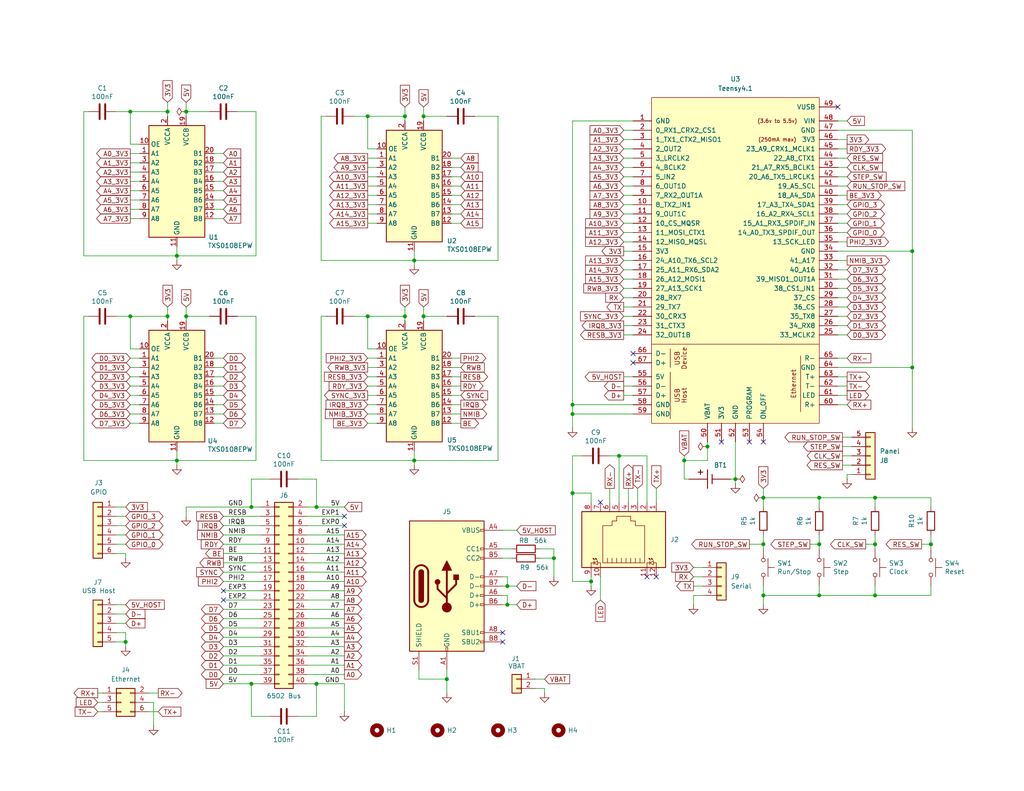
<source format=kicad_sch>
(kicad_sch (version 20231120) (generator "eeschema") (generator_version "8.0")
  (paper "USLetter")
  (title_block (title "6502 Dev Board") (date "2024-07-07") (rev "1.1") (company "A.C. Wright Design"))
  (junction (at 248.92 68.58))
  (junction (at 45.72 30.48))
  (junction (at 113.03 125.73))
  (junction (at 86.36 138.43))
  (junction (at 208.28 135.89))
  (junction (at 138.43 160.02))
  (junction (at 238.76 162.56))
  (junction (at 48.26 69.85))
  (junction (at 223.52 135.89))
  (junction (at 186.69 125.73))
  (junction (at 34.29 175.26))
  (junction (at 113.03 71.12))
  (junction (at 156.21 113.03))
  (junction (at 115.57 31.75))
  (junction (at 200.66 130.81))
  (junction (at 223.52 162.56))
  (junction (at 138.43 165.1))
  (junction (at 110.49 86.36))
  (junction (at 161.29 158.75))
  (junction (at 86.36 186.69))
  (junction (at 248.92 100.33))
  (junction (at 156.21 110.49))
  (junction (at 35.56 30.48))
  (junction (at 208.28 162.56))
  (junction (at 238.76 135.89))
  (junction (at 110.49 31.75))
  (junction (at 254 148.59))
  (junction (at 50.8 30.48))
  (junction (at 100.33 86.36))
  (junction (at 100.33 31.75))
  (junction (at 50.8 86.36))
  (junction (at 238.76 148.59))
  (junction (at 48.26 125.73))
  (junction (at 151.13 152.4))
  (junction (at 45.72 86.36))
  (junction (at 168.91 124.46))
  (junction (at 193.04 121.92))
  (junction (at 68.58 138.43))
  (junction (at 115.57 86.36))
  (junction (at 68.58 186.69))
  (junction (at 223.52 148.59))
  (junction (at 208.28 148.59))
  (junction (at 156.21 134.62))
  (junction (at 35.56 86.36))
  (junction (at 121.92 185.42))
  (no_connect (at 60.96 161.29))
  (no_connect (at 60.96 163.83))
  (no_connect (at 179.07 157.48))
  (no_connect (at 228.6 29.21))
  (no_connect (at 163.83 137.16))
  (no_connect (at 137.16 175.26))
  (no_connect (at 176.53 157.48))
  (no_connect (at 93.98 140.97))
  (no_connect (at 204.47 120.65))
  (no_connect (at 137.16 172.72))
  (no_connect (at 93.98 143.51))
  (no_connect (at 208.28 120.65))
  (no_connect (at 196.85 120.65))
  (no_connect (at 172.72 99.06))
  (no_connect (at 172.72 96.52))
  (wire (pts (xy 123.19 97.79) (xy 125.73 97.79)))
  (wire (pts (xy 58.42 57.15) (xy 60.96 57.15)))
  (wire (pts (xy 229.87 121.92) (xy 232.41 121.92)))
  (wire (pts (xy 93.98 163.83) (xy 83.82 163.83)))
  (wire (pts (xy 176.53 137.16) (xy 176.53 124.46)))
  (wire (pts (xy 186.69 124.46) (xy 186.69 125.73)))
  (wire (pts (xy 69.85 86.36) (xy 69.85 125.73)))
  (wire (pts (xy 71.12 181.61) (xy 60.96 181.61)))
  (wire (pts (xy 93.98 173.99) (xy 83.82 173.99)))
  (wire (pts (xy 148.59 189.23) (xy 148.59 187.96)))
  (wire (pts (xy 170.18 83.82) (xy 172.72 83.82)))
  (wire (pts (xy 223.52 135.89) (xy 238.76 135.89)))
  (wire (pts (xy 170.18 48.26) (xy 172.72 48.26)))
  (wire (pts (xy 228.6 81.28) (xy 231.14 81.28)))
  (wire (pts (xy 191.77 162.56) (xy 189.23 162.56)))
  (wire (pts (xy 35.56 52.07) (xy 38.1 52.07)))
  (wire (pts (xy 93.98 179.07) (xy 83.82 179.07)))
  (wire (pts (xy 228.6 55.88) (xy 231.14 55.88)))
  (wire (pts (xy 31.75 146.05) (xy 34.29 146.05)))
  (wire (pts (xy 123.19 55.88) (xy 125.73 55.88)))
  (wire (pts (xy 35.56 49.53) (xy 38.1 49.53)))
  (wire (pts (xy 156.21 113.03) (xy 172.72 113.03)))
  (wire (pts (xy 34.29 151.13) (xy 34.29 152.4)))
  (wire (pts (xy 228.6 76.2) (xy 231.14 76.2)))
  (wire (pts (xy 93.98 184.15) (xy 83.82 184.15)))
  (wire (pts (xy 137.16 149.86) (xy 139.7 149.86)))
  (wire (pts (xy 35.56 39.37) (xy 35.56 30.48)))
  (wire (pts (xy 35.56 107.95) (xy 38.1 107.95)))
  (wire (pts (xy 88.9 86.36) (xy 87.63 86.36)))
  (wire (pts (xy 121.92 182.88) (xy 121.92 185.42)))
  (wire (pts (xy 100.33 58.42) (xy 102.87 58.42)))
  (wire (pts (xy 228.6 68.58) (xy 248.92 68.58)))
  (wire (pts (xy 113.03 125.73) (xy 113.03 123.19)))
  (wire (pts (xy 228.6 48.26) (xy 231.14 48.26)))
  (wire (pts (xy 170.18 68.58) (xy 172.72 68.58)))
  (wire (pts (xy 93.98 186.69) (xy 93.98 194.31)))
  (wire (pts (xy 110.49 83.82) (xy 110.49 86.36)))
  (wire (pts (xy 58.42 100.33) (xy 60.96 100.33)))
  (wire (pts (xy 93.98 148.59) (xy 83.82 148.59)))
  (wire (pts (xy 58.42 107.95) (xy 60.96 107.95)))
  (wire (pts (xy 228.6 43.18) (xy 231.14 43.18)))
  (wire (pts (xy 248.92 100.33) (xy 248.92 116.84)))
  (wire (pts (xy 58.42 52.07) (xy 60.96 52.07)))
  (wire (pts (xy 68.58 130.81) (xy 68.58 138.43)))
  (wire (pts (xy 31.75 86.36) (xy 35.56 86.36)))
  (wire (pts (xy 100.33 86.36) (xy 110.49 86.36)))
  (wire (pts (xy 170.18 50.8) (xy 172.72 50.8)))
  (wire (pts (xy 138.43 162.56) (xy 138.43 165.1)))
  (wire (pts (xy 254 162.56) (xy 238.76 162.56)))
  (wire (pts (xy 100.33 107.95) (xy 102.87 107.95)))
  (wire (pts (xy 123.19 50.8) (xy 125.73 50.8)))
  (wire (pts (xy 40.64 189.23) (xy 43.18 189.23)))
  (wire (pts (xy 193.04 120.65) (xy 193.04 121.92)))
  (wire (pts (xy 93.98 138.43) (xy 86.36 138.43)))
  (wire (pts (xy 170.18 58.42) (xy 172.72 58.42)))
  (wire (pts (xy 60.96 184.15) (xy 71.12 184.15)))
  (wire (pts (xy 50.8 27.94) (xy 50.8 30.48)))
  (wire (pts (xy 71.12 138.43) (xy 68.58 138.43)))
  (wire (pts (xy 58.42 49.53) (xy 60.96 49.53)))
  (wire (pts (xy 48.26 127) (xy 48.26 125.73)))
  (wire (pts (xy 45.72 30.48) (xy 45.72 31.75)))
  (wire (pts (xy 228.6 97.79) (xy 231.14 97.79)))
  (wire (pts (xy 121.92 86.36) (xy 115.57 86.36)))
  (wire (pts (xy 123.19 45.72) (xy 125.73 45.72)))
  (wire (pts (xy 114.3 182.88) (xy 114.3 185.42)))
  (wire (pts (xy 83.82 181.61) (xy 93.98 181.61)))
  (wire (pts (xy 193.04 125.73) (xy 186.69 125.73)))
  (wire (pts (xy 151.13 149.86) (xy 151.13 152.4)))
  (wire (pts (xy 73.66 130.81) (xy 68.58 130.81)))
  (wire (pts (xy 114.3 185.42) (xy 121.92 185.42)))
  (wire (pts (xy 50.8 86.36) (xy 57.15 86.36)))
  (wire (pts (xy 60.96 146.05) (xy 71.12 146.05)))
  (wire (pts (xy 26.67 194.31) (xy 27.94 194.31)))
  (wire (pts (xy 26.67 191.77) (xy 27.94 191.77)))
  (wire (pts (xy 71.12 171.45) (xy 60.96 171.45)))
  (wire (pts (xy 228.6 40.64) (xy 231.14 40.64)))
  (wire (pts (xy 35.56 105.41) (xy 38.1 105.41)))
  (wire (pts (xy 228.6 63.5) (xy 231.14 63.5)))
  (wire (pts (xy 156.21 124.46) (xy 156.21 134.62)))
  (wire (pts (xy 87.63 71.12) (xy 113.03 71.12)))
  (wire (pts (xy 161.29 158.75) (xy 161.29 160.02)))
  (wire (pts (xy 69.85 30.48) (xy 69.85 69.85)))
  (wire (pts (xy 232.41 129.54) (xy 231.14 129.54)))
  (wire (pts (xy 71.12 186.69) (xy 68.58 186.69)))
  (wire (pts (xy 135.89 86.36) (xy 135.89 125.73)))
  (wire (pts (xy 50.8 138.43) (xy 68.58 138.43)))
  (wire (pts (xy 83.82 156.21) (xy 93.98 156.21)))
  (wire (pts (xy 156.21 113.03) (xy 156.21 116.84)))
  (wire (pts (xy 60.96 163.83) (xy 71.12 163.83)))
  (wire (pts (xy 129.54 86.36) (xy 135.89 86.36)))
  (wire (pts (xy 60.96 148.59) (xy 71.12 148.59)))
  (wire (pts (xy 228.6 83.82) (xy 231.14 83.82)))
  (wire (pts (xy 170.18 88.9) (xy 172.72 88.9)))
  (wire (pts (xy 31.75 30.48) (xy 35.56 30.48)))
  (wire (pts (xy 228.6 107.95) (xy 231.14 107.95)))
  (wire (pts (xy 48.26 125.73) (xy 48.26 123.19)))
  (wire (pts (xy 83.82 186.69) (xy 86.36 186.69)))
  (wire (pts (xy 100.33 55.88) (xy 102.87 55.88)))
  (wire (pts (xy 35.56 110.49) (xy 38.1 110.49)))
  (wire (pts (xy 100.33 40.64) (xy 100.33 31.75)))
  (wire (pts (xy 45.72 83.82) (xy 45.72 86.36)))
  (wire (pts (xy 58.42 59.69) (xy 60.96 59.69)))
  (wire (pts (xy 48.26 69.85) (xy 48.26 67.31)))
  (wire (pts (xy 100.33 48.26) (xy 102.87 48.26)))
  (wire (pts (xy 179.07 133.35) (xy 179.07 137.16)))
  (wire (pts (xy 228.6 50.8) (xy 231.14 50.8)))
  (wire (pts (xy 83.82 161.29) (xy 93.98 161.29)))
  (wire (pts (xy 238.76 148.59) (xy 238.76 149.86)))
  (wire (pts (xy 208.28 146.05) (xy 208.28 148.59)))
  (wire (pts (xy 156.21 134.62) (xy 156.21 158.75)))
  (wire (pts (xy 86.36 186.69) (xy 93.98 186.69)))
  (wire (pts (xy 228.6 78.74) (xy 231.14 78.74)))
  (wire (pts (xy 115.57 31.75) (xy 121.92 31.75)))
  (wire (pts (xy 87.63 31.75) (xy 87.63 71.12)))
  (wire (pts (xy 170.18 73.66) (xy 172.72 73.66)))
  (wire (pts (xy 228.6 58.42) (xy 231.14 58.42)))
  (wire (pts (xy 83.82 151.13) (xy 93.98 151.13)))
  (wire (pts (xy 100.33 31.75) (xy 110.49 31.75)))
  (wire (pts (xy 170.18 63.5) (xy 172.72 63.5)))
  (wire (pts (xy 34.29 172.72) (xy 34.29 175.26)))
  (wire (pts (xy 71.12 176.53) (xy 60.96 176.53)))
  (wire (pts (xy 123.19 58.42) (xy 125.73 58.42)))
  (wire (pts (xy 146.05 185.42) (xy 148.59 185.42)))
  (wire (pts (xy 170.18 40.64) (xy 172.72 40.64)))
  (wire (pts (xy 31.75 175.26) (xy 34.29 175.26)))
  (wire (pts (xy 35.56 86.36) (xy 45.72 86.36)))
  (wire (pts (xy 208.28 133.35) (xy 208.28 135.89)))
  (wire (pts (xy 113.03 127) (xy 113.03 125.73)))
  (wire (pts (xy 248.92 68.58) (xy 248.92 100.33)))
  (wire (pts (xy 86.36 186.69) (xy 86.36 195.58)))
  (wire (pts (xy 135.89 71.12) (xy 113.03 71.12)))
  (wire (pts (xy 123.19 113.03) (xy 125.73 113.03)))
  (wire (pts (xy 208.28 162.56) (xy 223.52 162.56)))
  (wire (pts (xy 170.18 60.96) (xy 172.72 60.96)))
  (wire (pts (xy 31.75 151.13) (xy 34.29 151.13)))
  (wire (pts (xy 60.96 158.75) (xy 71.12 158.75)))
  (wire (pts (xy 22.86 30.48) (xy 22.86 69.85)))
  (wire (pts (xy 170.18 55.88) (xy 172.72 55.88)))
  (wire (pts (xy 228.6 100.33) (xy 248.92 100.33)))
  (wire (pts (xy 31.75 165.1) (xy 34.29 165.1)))
  (wire (pts (xy 189.23 157.48) (xy 191.77 157.48)))
  (wire (pts (xy 163.83 157.48) (xy 163.83 163.83)))
  (wire (pts (xy 71.12 156.21) (xy 60.96 156.21)))
  (wire (pts (xy 58.42 110.49) (xy 60.96 110.49)))
  (wire (pts (xy 58.42 46.99) (xy 60.96 46.99)))
  (wire (pts (xy 208.28 160.02) (xy 208.28 162.56)))
  (wire (pts (xy 31.75 167.64) (xy 34.29 167.64)))
  (wire (pts (xy 170.18 45.72) (xy 172.72 45.72)))
  (wire (pts (xy 86.36 138.43) (xy 83.82 138.43)))
  (wire (pts (xy 158.75 124.46) (xy 156.21 124.46)))
  (wire (pts (xy 100.33 100.33) (xy 102.87 100.33)))
  (wire (pts (xy 170.18 71.12) (xy 172.72 71.12)))
  (wire (pts (xy 113.03 72.39) (xy 113.03 71.12)))
  (wire (pts (xy 93.98 158.75) (xy 83.82 158.75)))
  (wire (pts (xy 228.6 110.49) (xy 231.14 110.49)))
  (wire (pts (xy 156.21 33.02) (xy 156.21 110.49)))
  (wire (pts (xy 69.85 125.73) (xy 48.26 125.73)))
  (wire (pts (xy 170.18 78.74) (xy 172.72 78.74)))
  (wire (pts (xy 223.52 146.05) (xy 223.52 148.59)))
  (wire (pts (xy 170.18 105.41) (xy 172.72 105.41)))
  (wire (pts (xy 208.28 135.89) (xy 223.52 135.89)))
  (wire (pts (xy 35.56 100.33) (xy 38.1 100.33)))
  (wire (pts (xy 220.98 148.59) (xy 223.52 148.59)))
  (wire (pts (xy 22.86 86.36) (xy 22.86 125.73)))
  (wire (pts (xy 22.86 125.73) (xy 48.26 125.73)))
  (wire (pts (xy 83.82 171.45) (xy 93.98 171.45)))
  (wire (pts (xy 254 148.59) (xy 254 149.86)))
  (wire (pts (xy 41.91 198.12) (xy 41.91 191.77)))
  (wire (pts (xy 100.33 97.79) (xy 102.87 97.79)))
  (wire (pts (xy 35.56 95.25) (xy 35.56 86.36)))
  (wire (pts (xy 137.16 160.02) (xy 138.43 160.02)))
  (wire (pts (xy 137.16 144.78) (xy 140.97 144.78)))
  (wire (pts (xy 168.91 124.46) (xy 168.91 137.16)))
  (wire (pts (xy 58.42 41.91) (xy 60.96 41.91)))
  (wire (pts (xy 170.18 76.2) (xy 172.72 76.2)))
  (wire (pts (xy 93.98 168.91) (xy 83.82 168.91)))
  (wire (pts (xy 83.82 140.97) (xy 93.98 140.97)))
  (wire (pts (xy 100.33 113.03) (xy 102.87 113.03)))
  (wire (pts (xy 200.66 120.65) (xy 200.66 130.81)))
  (wire (pts (xy 24.13 30.48) (xy 22.86 30.48)))
  (wire (pts (xy 87.63 31.75) (xy 88.9 31.75)))
  (wire (pts (xy 50.8 30.48) (xy 57.15 30.48)))
  (wire (pts (xy 50.8 30.48) (xy 50.8 31.75)))
  (wire (pts (xy 45.72 27.94) (xy 45.72 30.48)))
  (wire (pts (xy 208.28 162.56) (xy 208.28 165.1)))
  (wire (pts (xy 69.85 69.85) (xy 48.26 69.85)))
  (wire (pts (xy 35.56 115.57) (xy 38.1 115.57)))
  (wire (pts (xy 58.42 97.79) (xy 60.96 97.79)))
  (wire (pts (xy 166.37 133.35) (xy 166.37 137.16)))
  (wire (pts (xy 200.66 132.08) (xy 200.66 130.81)))
  (wire (pts (xy 41.91 191.77) (xy 40.64 191.77)))
  (wire (pts (xy 87.63 125.73) (xy 113.03 125.73)))
  (wire (pts (xy 60.96 168.91) (xy 71.12 168.91)))
  (wire (pts (xy 83.82 166.37) (xy 93.98 166.37)))
  (wire (pts (xy 172.72 33.02) (xy 156.21 33.02)))
  (wire (pts (xy 137.16 165.1) (xy 138.43 165.1)))
  (wire (pts (xy 147.32 152.4) (xy 151.13 152.4)))
  (wire (pts (xy 31.75 143.51) (xy 34.29 143.51)))
  (wire (pts (xy 228.6 91.44) (xy 231.14 91.44)))
  (wire (pts (xy 110.49 86.36) (xy 110.49 87.63)))
  (wire (pts (xy 254 160.02) (xy 254 162.56)))
  (wire (pts (xy 38.1 39.37) (xy 35.56 39.37)))
  (wire (pts (xy 110.49 31.75) (xy 110.49 33.02)))
  (wire (pts (xy 81.28 130.81) (xy 86.36 130.81)))
  (wire (pts (xy 238.76 162.56) (xy 238.76 160.02)))
  (wire (pts (xy 236.22 148.59) (xy 238.76 148.59)))
  (wire (pts (xy 93.98 153.67) (xy 83.82 153.67)))
  (wire (pts (xy 137.16 152.4) (xy 139.7 152.4)))
  (wire (pts (xy 100.33 53.34) (xy 102.87 53.34)))
  (wire (pts (xy 229.87 119.38) (xy 232.41 119.38)))
  (wire (pts (xy 123.19 53.34) (xy 125.73 53.34)))
  (wire (pts (xy 223.52 160.02) (xy 223.52 162.56)))
  (wire (pts (xy 35.56 102.87) (xy 38.1 102.87)))
  (wire (pts (xy 228.6 71.12) (xy 231.14 71.12)))
  (wire (pts (xy 176.53 124.46) (xy 168.91 124.46)))
  (wire (pts (xy 115.57 29.21) (xy 115.57 31.75)))
  (wire (pts (xy 189.23 154.94) (xy 191.77 154.94)))
  (wire (pts (xy 156.21 158.75) (xy 161.29 158.75)))
  (wire (pts (xy 35.56 44.45) (xy 38.1 44.45)))
  (wire (pts (xy 161.29 157.48) (xy 161.29 158.75)))
  (wire (pts (xy 251.46 148.59) (xy 254 148.59)))
  (wire (pts (xy 223.52 162.56) (xy 238.76 162.56)))
  (wire (pts (xy 31.75 140.97) (xy 34.29 140.97)))
  (wire (pts (xy 208.28 135.89) (xy 208.28 138.43)))
  (wire (pts (xy 31.75 148.59) (xy 34.29 148.59)))
  (wire (pts (xy 137.16 162.56) (xy 138.43 162.56)))
  (wire (pts (xy 254 135.89) (xy 238.76 135.89)))
  (wire (pts (xy 123.19 102.87) (xy 125.73 102.87)))
  (wire (pts (xy 68.58 186.69) (xy 68.58 195.58)))
  (wire (pts (xy 71.12 151.13) (xy 60.96 151.13)))
  (wire (pts (xy 50.8 83.82) (xy 50.8 86.36)))
  (wire (pts (xy 228.6 73.66) (xy 231.14 73.66)))
  (wire (pts (xy 35.56 113.03) (xy 38.1 113.03)))
  (wire (pts (xy 228.6 35.56) (xy 248.92 35.56)))
  (wire (pts (xy 228.6 60.96) (xy 231.14 60.96)))
  (wire (pts (xy 170.18 107.95) (xy 172.72 107.95)))
  (wire (pts (xy 173.99 133.35) (xy 173.99 137.16)))
  (wire (pts (xy 228.6 86.36) (xy 231.14 86.36)))
  (wire (pts (xy 100.33 50.8) (xy 102.87 50.8)))
  (wire (pts (xy 35.56 54.61) (xy 38.1 54.61)))
  (wire (pts (xy 96.52 86.36) (xy 100.33 86.36)))
  (wire (pts (xy 186.69 130.81) (xy 187.96 130.81)))
  (wire (pts (xy 170.18 86.36) (xy 172.72 86.36)))
  (wire (pts (xy 170.18 43.18) (xy 172.72 43.18)))
  (wire (pts (xy 138.43 160.02) (xy 140.97 160.02)))
  (wire (pts (xy 22.86 69.85) (xy 48.26 69.85)))
  (wire (pts (xy 189.23 160.02) (xy 191.77 160.02)))
  (wire (pts (xy 102.87 40.64) (xy 100.33 40.64)))
  (wire (pts (xy 35.56 41.91) (xy 38.1 41.91)))
  (wire (pts (xy 170.18 53.34) (xy 172.72 53.34)))
  (wire (pts (xy 58.42 105.41) (xy 60.96 105.41)))
  (wire (pts (xy 123.19 43.18) (xy 125.73 43.18)))
  (wire (pts (xy 254 146.05) (xy 254 148.59)))
  (wire (pts (xy 31.75 170.18) (xy 34.29 170.18)))
  (wire (pts (xy 60.96 140.97) (xy 71.12 140.97)))
  (wire (pts (xy 58.42 44.45) (xy 60.96 44.45)))
  (wire (pts (xy 83.82 146.05) (xy 93.98 146.05)))
  (wire (pts (xy 100.33 60.96) (xy 102.87 60.96)))
  (wire (pts (xy 60.96 153.67) (xy 71.12 153.67)))
  (wire (pts (xy 60.96 186.69) (xy 68.58 186.69)))
  (wire (pts (xy 83.82 176.53) (xy 93.98 176.53)))
  (wire (pts (xy 138.43 165.1) (xy 140.97 165.1)))
  (wire (pts (xy 58.42 102.87) (xy 60.96 102.87)))
  (wire (pts (xy 93.98 143.51) (xy 83.82 143.51)))
  (wire (pts (xy 71.12 166.37) (xy 60.96 166.37)))
  (wire (pts (xy 229.87 124.46) (xy 232.41 124.46)))
  (wire (pts (xy 156.21 110.49) (xy 172.72 110.49)))
  (wire (pts (xy 135.89 31.75) (xy 135.89 71.12)))
  (wire (pts (xy 228.6 66.04) (xy 231.14 66.04)))
  (wire (pts (xy 170.18 102.87) (xy 172.72 102.87)))
  (wire (pts (xy 208.28 148.59) (xy 208.28 149.86)))
  (wire (pts (xy 161.29 134.62) (xy 156.21 134.62)))
  (wire (pts (xy 223.52 148.59) (xy 223.52 149.86)))
  (wire (pts (xy 123.19 107.95) (xy 125.73 107.95)))
  (wire (pts (xy 100.33 102.87) (xy 102.87 102.87)))
  (wire (pts (xy 254 138.43) (xy 254 135.89)))
  (wire (pts (xy 161.29 137.16) (xy 161.29 134.62)))
  (wire (pts (xy 35.56 46.99) (xy 38.1 46.99)))
  (wire (pts (xy 146.05 187.96) (xy 148.59 187.96)))
  (wire (pts (xy 115.57 31.75) (xy 115.57 33.02)))
  (wire (pts (xy 60.96 143.51) (xy 71.12 143.51)))
  (wire (pts (xy 123.19 105.41) (xy 125.73 105.41)))
  (wire (pts (xy 35.56 57.15) (xy 38.1 57.15)))
  (wire (pts (xy 68.58 195.58) (xy 73.66 195.58)))
  (wire (pts (xy 229.87 127) (xy 232.41 127)))
  (wire (pts (xy 100.33 43.18) (xy 102.87 43.18)))
  (wire (pts (xy 238.76 146.05) (xy 238.76 148.59)))
  (wire (pts (xy 31.75 172.72) (xy 34.29 172.72)))
  (wire (pts (xy 115.57 86.36) (xy 115.57 87.63)))
  (wire (pts (xy 170.18 81.28) (xy 172.72 81.28)))
  (wire (pts (xy 60.96 179.07) (xy 71.12 179.07)))
  (wire (pts (xy 71.12 161.29) (xy 60.96 161.29)))
  (wire (pts (xy 100.33 110.49) (xy 102.87 110.49)))
  (wire (pts (xy 223.52 135.89) (xy 223.52 138.43)))
  (wire (pts (xy 100.33 105.41) (xy 102.87 105.41)))
  (wire (pts (xy 135.89 125.73) (xy 113.03 125.73)))
  (wire (pts (xy 45.72 86.36) (xy 45.72 87.63)))
  (wire (pts (xy 110.49 29.21) (xy 110.49 31.75)))
  (wire (pts (xy 100.33 95.25) (xy 100.33 86.36)))
  (wire (pts (xy 193.04 121.92) (xy 193.04 125.73)))
  (wire (pts (xy 123.19 100.33) (xy 125.73 100.33)))
  (wire (pts (xy 170.18 91.44) (xy 172.72 91.44)))
  (wire (pts (xy 50.8 140.97) (xy 50.8 138.43)))
  (wire (pts (xy 231.14 129.54) (xy 231.14 130.81)))
  (wire (pts (xy 86.36 195.58) (xy 81.28 195.58)))
  (wire (pts (xy 26.67 189.23) (xy 27.94 189.23)))
  (wire (pts (xy 208.28 148.59) (xy 204.47 148.59)))
  (wire (pts (xy 121.92 185.42) (xy 121.92 189.23)))
  (wire (pts (xy 228.6 33.02) (xy 231.14 33.02)))
  (wire (pts (xy 87.63 86.36) (xy 87.63 125.73)))
  (wire (pts (xy 166.37 124.46) (xy 168.91 124.46)))
  (wire (pts (xy 123.19 115.57) (xy 125.73 115.57)))
  (wire (pts (xy 129.54 31.75) (xy 135.89 31.75)))
  (wire (pts (xy 147.32 149.86) (xy 151.13 149.86)))
  (wire (pts (xy 228.6 53.34) (xy 231.14 53.34)))
  (wire (pts (xy 102.87 95.25) (xy 100.33 95.25)))
  (wire (pts (xy 48.26 71.12) (xy 48.26 69.85)))
  (wire (pts (xy 199.39 130.81) (xy 200.66 130.81)))
  (wire (pts (xy 171.45 133.35) (xy 171.45 137.16)))
  (wire (pts (xy 58.42 113.03) (xy 60.96 113.03)))
  (wire (pts (xy 34.29 175.26) (xy 34.29 176.53)))
  (wire (pts (xy 228.6 88.9) (xy 231.14 88.9)))
  (wire (pts (xy 115.57 83.82) (xy 115.57 86.36)))
  (wire (pts (xy 186.69 125.73) (xy 186.69 130.81)))
  (wire (pts (xy 100.33 45.72) (xy 102.87 45.72)))
  (wire (pts (xy 35.56 30.48) (xy 45.72 30.48)))
  (wire (pts (xy 138.43 157.48) (xy 138.43 160.02)))
  (wire (pts (xy 40.64 194.31) (xy 43.18 194.31)))
  (wire (pts (xy 123.19 110.49) (xy 125.73 110.49)))
  (wire (pts (xy 113.03 71.12) (xy 113.03 68.58)))
  (wire (pts (xy 100.33 115.57) (xy 102.87 115.57)))
  (wire (pts (xy 60.96 173.99) (xy 71.12 173.99)))
  (wire (pts (xy 123.19 60.96) (xy 125.73 60.96)))
  (wire (pts (xy 238.76 135.89) (xy 238.76 138.43)))
  (wire (pts (xy 58.42 115.57) (xy 60.96 115.57)))
  (wire (pts (xy 228.6 102.87) (xy 231.14 102.87)))
  (wire (pts (xy 50.8 86.36) (xy 50.8 87.63)))
  (wire (pts (xy 151.13 152.4) (xy 151.13 157.48)))
  (wire (pts (xy 35.56 59.69) (xy 38.1 59.69)))
  (wire (pts (xy 96.52 31.75) (xy 100.33 31.75)))
  (wire (pts (xy 64.77 86.36) (xy 69.85 86.36)))
  (wire (pts (xy 35.56 97.79) (xy 38.1 97.79)))
  (wire (pts (xy 64.77 30.48) (xy 69.85 30.48)))
  (wire (pts (xy 170.18 38.1) (xy 172.72 38.1)))
  (wire (pts (xy 170.18 66.04) (xy 172.72 66.04)))
  (wire (pts (xy 189.23 162.56) (xy 189.23 165.1)))
  (wire (pts (xy 86.36 130.81) (xy 86.36 138.43)))
  (wire (pts (xy 228.6 105.41) (xy 231.14 105.41)))
  (wire (pts (xy 123.19 48.26) (xy 125.73 48.26)))
  (wire (pts (xy 228.6 38.1) (xy 231.14 38.1)))
  (wire (pts (xy 24.13 86.36) (xy 22.86 86.36)))
  (wire (pts (xy 31.75 138.43) (xy 34.29 138.43)))
  (wire (pts (xy 38.1 95.25) (xy 35.56 95.25)))
  (wire (pts (xy 137.16 157.48) (xy 138.43 157.48)))
  (wire (pts (xy 156.21 110.49) (xy 156.21 113.03)))
  (wire (pts (xy 58.42 54.61) (xy 60.96 54.61)))
  (wire (pts (xy 170.18 35.56) (xy 172.72 35.56)))
  (wire (pts (xy 248.92 35.56) (xy 248.92 68.58)))
  (wire (pts (xy 228.6 45.72) (xy 231.14 45.72)))
  (label "D2" (at 62.23 179.07 0))
  (label "D6" (at 62.23 168.91 0))
  (label "EXP2" (at 62.23 163.83 0))
  (label "A0" (at 92.71 184.15 180))
  (label "NMIB" (at 62.23 146.05 0))
  (label "5V" (at 62.23 186.69 0))
  (label "A7" (at 92.71 166.37 180))
  (label "D1" (at 62.23 181.61 0))
  (label "D4" (at 62.23 173.99 0))
  (label "IRQB" (at 62.23 143.51 0))
  (label "A10" (at 92.71 158.75 180))
  (label "A8" (at 92.71 163.83 180))
  (label "A15" (at 92.71 146.05 180))
  (label "A13" (at 92.71 151.13 180))
  (label "RDY" (at 62.23 148.59 0))
  (label "D5" (at 62.23 171.45 0))
  (label "A2" (at 92.71 179.07 180))
  (label "5V" (at 92.71 138.43 180))
  (label "A12" (at 92.71 153.67 180))
  (label "A14" (at 92.71 148.59 180))
  (label "A3" (at 92.71 176.53 180))
  (label "GND" (at 62.23 138.43 0))
  (label "A1" (at 92.71 181.61 180))
  (label "A4" (at 92.71 173.99 180))
  (label "PHI2" (at 62.23 158.75 0))
  (label "RWB" (at 62.23 153.67 0))
  (label "D7" (at 62.23 166.37 0))
  (label "D0" (at 62.23 184.15 0))
  (label "D3" (at 62.23 176.53 0))
  (label "EXP1" (at 92.71 140.97 180))
  (label "EXP0" (at 92.71 143.51 180))
  (label "EXP3" (at 62.23 161.29 0))
  (label "GND" (at 92.71 186.69 180))
  (label "SYNC" (at 62.23 156.21 0))
  (label "A5" (at 92.71 171.45 180))
  (label "BE" (at 62.23 151.13 0))
  (label "A9" (at 92.71 161.29 180))
  (label "A6" (at 92.71 168.91 180))
  (label "A11" (at 92.71 156.21 180))
  (label "RESB" (at 62.23 140.97 0))
  (global_label "A11" (shape output) (at 93.98 156.21 0) (property "Intersheetrefs" "${INTERSHEET_REFS}" (effects (hide yes))))
  (global_label "RESB_3V3" (shape output) (at 170.18 91.44 180) (property "Intersheetrefs" "${INTERSHEET_REFS}" (effects (hide yes))))
  (global_label "D+" (shape output) (at 170.18 107.95 180) (property "Intersheetrefs" "${INTERSHEET_REFS}" (effects (hide yes))))
  (global_label "TX-" (shape input) (at 26.67 194.31 180) (property "Intersheetrefs" "${INTERSHEET_REFS}" (effects (hide yes))))
  (global_label "CLK_SW" (shape input) (at 231.14 45.72 0) (property "Intersheetrefs" "${INTERSHEET_REFS}" (effects (hide yes))))
  (global_label "IRQB" (shape output) (at 125.73 110.49 0) (property "Intersheetrefs" "${INTERSHEET_REFS}" (effects (hide yes))))
  (global_label "CLK_SW" (shape output) (at 229.87 124.46 180) (property "Intersheetrefs" "${INTERSHEET_REFS}" (effects (hide yes))))
  (global_label "D2_3V3" (shape bidirectional) (at 231.14 86.36 0) (property "Intersheetrefs" "${INTERSHEET_REFS}" (effects (hide yes))))
  (global_label "A6_3V3" (shape output) (at 35.56 57.15 180) (property "Intersheetrefs" "${INTERSHEET_REFS}" (effects (hide yes))))
  (global_label "A14_3V3" (shape input) (at 170.18 73.66 180) (property "Intersheetrefs" "${INTERSHEET_REFS}" (effects (hide yes))))
  (global_label "A3" (shape input) (at 60.96 49.53 0) (property "Intersheetrefs" "${INTERSHEET_REFS}" (effects (hide yes))))
  (global_label "D2_3V3" (shape bidirectional) (at 35.56 102.87 180) (property "Intersheetrefs" "${INTERSHEET_REFS}" (effects (hide yes))))
  (global_label "NMIB" (shape output) (at 125.73 113.03 0) (property "Intersheetrefs" "${INTERSHEET_REFS}" (effects (hide yes))))
  (global_label "5V" (shape input) (at 60.96 186.69 180) (property "Intersheetrefs" "${INTERSHEET_REFS}" (effects (hide yes))))
  (global_label "GPIO_3" (shape bidirectional) (at 34.29 140.97 0) (property "Intersheetrefs" "${INTERSHEET_REFS}" (effects (hide yes))))
  (global_label "D1_3V3" (shape bidirectional) (at 35.56 100.33 180) (property "Intersheetrefs" "${INTERSHEET_REFS}" (effects (hide yes))))
  (global_label "BE" (shape output) (at 60.96 151.13 180) (property "Intersheetrefs" "${INTERSHEET_REFS}" (effects (hide yes))))
  (global_label "A12_3V3" (shape input) (at 170.18 66.04 180) (property "Intersheetrefs" "${INTERSHEET_REFS}" (effects (hide yes))))
  (global_label "D1_3V3" (shape bidirectional) (at 231.14 88.9 0) (property "Intersheetrefs" "${INTERSHEET_REFS}" (effects (hide yes))))
  (global_label "D6_3V3" (shape bidirectional) (at 35.56 113.03 180) (property "Intersheetrefs" "${INTERSHEET_REFS}" (effects (hide yes))))
  (global_label "A14_3V3" (shape output) (at 100.33 58.42 180) (property "Intersheetrefs" "${INTERSHEET_REFS}" (effects (hide yes))))
  (global_label "RX+" (shape output) (at 171.45 133.35 90) (property "Intersheetrefs" "${INTERSHEET_REFS}" (effects (hide yes))))
  (global_label "A4_3V3" (shape output) (at 35.56 52.07 180) (property "Intersheetrefs" "${INTERSHEET_REFS}" (effects (hide yes))))
  (global_label "TX+" (shape input) (at 179.07 133.35 90) (property "Intersheetrefs" "${INTERSHEET_REFS}" (effects (hide yes))))
  (global_label "A11" (shape input) (at 125.73 50.8 0) (property "Intersheetrefs" "${INTERSHEET_REFS}" (effects (hide yes))))
  (global_label "A15_3V3" (shape input) (at 170.18 76.2 180) (property "Intersheetrefs" "${INTERSHEET_REFS}" (effects (hide yes))))
  (global_label "A6_3V3" (shape input) (at 170.18 50.8 180) (property "Intersheetrefs" "${INTERSHEET_REFS}" (effects (hide yes))))
  (global_label "D-" (shape input) (at 34.29 167.64 0) (property "Intersheetrefs" "${INTERSHEET_REFS}" (effects (hide yes))))
  (global_label "D6_3V3" (shape bidirectional) (at 231.14 76.2 0) (property "Intersheetrefs" "${INTERSHEET_REFS}" (effects (hide yes))))
  (global_label "D5_3V3" (shape bidirectional) (at 35.56 110.49 180) (property "Intersheetrefs" "${INTERSHEET_REFS}" (effects (hide yes))))
  (global_label "A8" (shape output) (at 93.98 163.83 0) (property "Intersheetrefs" "${INTERSHEET_REFS}" (effects (hide yes))))
  (global_label "A2_3V3" (shape input) (at 170.18 40.64 180) (property "Intersheetrefs" "${INTERSHEET_REFS}" (effects (hide yes))))
  (global_label "SYNC" (shape input) (at 125.73 107.95 0) (property "Intersheetrefs" "${INTERSHEET_REFS}" (effects (hide yes))))
  (global_label "A9" (shape input) (at 125.73 45.72 0) (property "Intersheetrefs" "${INTERSHEET_REFS}" (effects (hide yes))))
  (global_label "GPIO_2" (shape bidirectional) (at 231.14 58.42 0) (property "Intersheetrefs" "${INTERSHEET_REFS}" (effects (hide yes))))
  (global_label "D3_3V3" (shape bidirectional) (at 35.56 105.41 180) (property "Intersheetrefs" "${INTERSHEET_REFS}" (effects (hide yes))))
  (global_label "SYNC" (shape input) (at 60.96 156.21 180) (property "Intersheetrefs" "${INTERSHEET_REFS}" (effects (hide yes))))
  (global_label "D4_3V3" (shape bidirectional) (at 35.56 107.95 180) (property "Intersheetrefs" "${INTERSHEET_REFS}" (effects (hide yes))))
  (global_label "A4" (shape input) (at 60.96 52.07 0) (property "Intersheetrefs" "${INTERSHEET_REFS}" (effects (hide yes))))
  (global_label "TX-" (shape output) (at 231.14 105.41 0) (property "Intersheetrefs" "${INTERSHEET_REFS}" (effects (hide yes))))
  (global_label "D0_3V3" (shape bidirectional) (at 231.14 91.44 0) (property "Intersheetrefs" "${INTERSHEET_REFS}" (effects (hide yes))))
  (global_label "D-" (shape input) (at 140.97 160.02 0) (property "Intersheetrefs" "${INTERSHEET_REFS}" (effects (hide yes))))
  (global_label "D1" (shape bidirectional) (at 60.96 181.61 180) (property "Intersheetrefs" "${INTERSHEET_REFS}" (effects (hide yes))))
  (global_label "NMIB" (shape input) (at 60.96 146.05 180) (property "Intersheetrefs" "${INTERSHEET_REFS}" (effects (hide yes))))
  (global_label "D3" (shape bidirectional) (at 60.96 105.41 0) (property "Intersheetrefs" "${INTERSHEET_REFS}" (effects (hide yes))))
  (global_label "LED" (shape input) (at 26.67 191.77 180) (property "Intersheetrefs" "${INTERSHEET_REFS}" (effects (hide yes))))
  (global_label "A3_3V3" (shape input) (at 170.18 43.18 180) (property "Intersheetrefs" "${INTERSHEET_REFS}" (effects (hide yes))))
  (global_label "3V3" (shape input) (at 34.29 138.43 0) (property "Intersheetrefs" "${INTERSHEET_REFS}" (effects (hide yes))))
  (global_label "PHI2" (shape output) (at 125.73 97.79 0) (property "Intersheetrefs" "${INTERSHEET_REFS}" (effects (hide yes))))
  (global_label "RX-" (shape output) (at 166.37 133.35 90) (property "Intersheetrefs" "${INTERSHEET_REFS}" (effects (hide yes))))
  (global_label "RWB_3V3" (shape input) (at 170.18 78.74 180) (property "Intersheetrefs" "${INTERSHEET_REFS}" (effects (hide yes))))
  (global_label "A2" (shape input) (at 60.96 46.99 0) (property "Intersheetrefs" "${INTERSHEET_REFS}" (effects (hide yes))))
  (global_label "D7" (shape bidirectional) (at 60.96 115.57 0) (property "Intersheetrefs" "${INTERSHEET_REFS}" (effects (hide yes))))
  (global_label "A12" (shape input) (at 125.73 53.34 0) (property "Intersheetrefs" "${INTERSHEET_REFS}" (effects (hide yes))))
  (global_label "5V" (shape input) (at 231.14 33.02 0) (property "Intersheetrefs" "${INTERSHEET_REFS}" (effects (hide yes))))
  (global_label "IRQB_3V3" (shape output) (at 170.18 88.9 180) (property "Intersheetrefs" "${INTERSHEET_REFS}" (effects (hide yes))))
  (global_label "D+" (shape input) (at 34.29 170.18 0) (property "Intersheetrefs" "${INTERSHEET_REFS}" (effects (hide yes))))
  (global_label "RX+" (shape output) (at 26.67 189.23 180) (property "Intersheetrefs" "${INTERSHEET_REFS}" (effects (hide yes))))
  (global_label "A8_3V3" (shape output) (at 100.33 43.18 180) (property "Intersheetrefs" "${INTERSHEET_REFS}" (effects (hide yes))))
  (global_label "GPIO_0" (shape bidirectional) (at 34.29 148.59 0) (property "Intersheetrefs" "${INTERSHEET_REFS}" (effects (hide yes))))
  (global_label "RWB" (shape output) (at 60.96 153.67 180) (property "Intersheetrefs" "${INTERSHEET_REFS}" (effects (hide yes))))
  (global_label "A6" (shape input) (at 60.96 57.15 0) (property "Intersheetrefs" "${INTERSHEET_REFS}" (effects (hide yes))))
  (global_label "PHI2_3V3" (shape input) (at 100.33 97.79 180) (property "Intersheetrefs" "${INTERSHEET_REFS}" (effects (hide yes))))
  (global_label "RDY" (shape input) (at 60.96 148.59 180) (property "Intersheetrefs" "${INTERSHEET_REFS}" (effects (hide yes))))
  (global_label "CLK_SW" (shape output) (at 236.22 148.59 180) (property "Intersheetrefs" "${INTERSHEET_REFS}" (effects (hide yes))))
  (global_label "A15" (shape output) (at 93.98 146.05 0) (property "Intersheetrefs" "${INTERSHEET_REFS}" (effects (hide yes))))
  (global_label "TX-" (shape input) (at 173.99 133.35 90) (property "Intersheetrefs" "${INTERSHEET_REFS}" (effects (hide yes))))
  (global_label "PHI2" (shape input) (at 60.96 158.75 180) (property "Intersheetrefs" "${INTERSHEET_REFS}" (effects (hide yes))))
  (global_label "A10" (shape input) (at 125.73 48.26 0) (property "Intersheetrefs" "${INTERSHEET_REFS}" (effects (hide yes))))
  (global_label "STEP_SW" (shape output) (at 220.98 148.59 180) (property "Intersheetrefs" "${INTERSHEET_REFS}" (effects (hide yes))))
  (global_label "A9_3V3" (shape input) (at 170.18 58.42 180) (property "Intersheetrefs" "${INTERSHEET_REFS}" (effects (hide yes))))
  (global_label "RUN_STOP_SW" (shape output) (at 204.47 148.59 180) (property "Intersheetrefs" "${INTERSHEET_REFS}" (effects (hide yes))))
  (global_label "RDY_3V3" (shape input) (at 100.33 105.41 180) (property "Intersheetrefs" "${INTERSHEET_REFS}" (effects (hide yes))))
  (global_label "NMIB_3V3" (shape output) (at 231.14 71.12 0) (property "Intersheetrefs" "${INTERSHEET_REFS}" (effects (hide yes))))
  (global_label "5V" (shape input) (at 115.57 83.82 90) (property "Intersheetrefs" "${INTERSHEET_REFS}" (effects (hide yes))))
  (global_label "RES_SW" (shape input) (at 231.14 43.18 0) (property "Intersheetrefs" "${INTERSHEET_REFS}" (effects (hide yes))))
  (global_label "A5" (shape output) (at 93.98 171.45 0) (property "Intersheetrefs" "${INTERSHEET_REFS}" (effects (hide yes))))
  (global_label "A7_3V3" (shape output) (at 35.56 59.69 180) (property "Intersheetrefs" "${INTERSHEET_REFS}" (effects (hide yes))))
  (global_label "TX+" (shape output) (at 231.14 102.87 0) (property "Intersheetrefs" "${INTERSHEET_REFS}" (effects (hide yes))))
  (global_label "3V3" (shape input) (at 189.23 154.94 180) (property "Intersheetrefs" "${INTERSHEET_REFS}" (effects (hide yes))))
  (global_label "LED" (shape input) (at 163.83 163.83 270) (property "Intersheetrefs" "${INTERSHEET_REFS}" (effects (hide yes))))
  (global_label "RX" (shape input) (at 189.23 157.48 180) (property "Intersheetrefs" "${INTERSHEET_REFS}" (effects (hide yes))))
  (global_label "A7" (shape input) (at 60.96 59.69 0) (property "Intersheetrefs" "${INTERSHEET_REFS}" (effects (hide yes))))
  (global_label "A15_3V3" (shape output) (at 100.33 60.96 180) (property "Intersheetrefs" "${INTERSHEET_REFS}" (effects (hide yes))))
  (global_label "GPIO_1" (shape bidirectional) (at 231.14 60.96 0) (property "Intersheetrefs" "${INTERSHEET_REFS}" (effects (hide yes))))
  (global_label "D-" (shape output) (at 170.18 105.41 180) (property "Intersheetrefs" "${INTERSHEET_REFS}" (effects (hide yes))))
  (global_label "STEP_SW" (shape input) (at 231.14 48.26 0) (property "Intersheetrefs" "${INTERSHEET_REFS}" (effects (hide yes))))
  (global_label "RESB" (shape input) (at 60.96 140.97 180) (property "Intersheetrefs" "${INTERSHEET_REFS}" (effects (hide yes))))
  (global_label "NMIB_3V3" (shape input) (at 100.33 113.03 180) (property "Intersheetrefs" "${INTERSHEET_REFS}" (effects (hide yes))))
  (global_label "D3_3V3" (shape bidirectional) (at 231.14 83.82 0) (property "Intersheetrefs" "${INTERSHEET_REFS}" (effects (hide yes))))
  (global_label "D1" (shape bidirectional) (at 60.96 100.33 0) (property "Intersheetrefs" "${INTERSHEET_REFS}" (effects (hide yes))))
  (global_label "A1_3V3" (shape input) (at 170.18 38.1 180) (property "Intersheetrefs" "${INTERSHEET_REFS}" (effects (hide yes))))
  (global_label "D5" (shape bidirectional) (at 60.96 171.45 180) (property "Intersheetrefs" "${INTERSHEET_REFS}" (effects (hide yes))))
  (global_label "RESB_3V3" (shape input) (at 100.33 102.87 180) (property "Intersheetrefs" "${INTERSHEET_REFS}" (effects (hide yes))))
  (global_label "D5" (shape bidirectional) (at 60.96 110.49 0) (property "Intersheetrefs" "${INTERSHEET_REFS}" (effects (hide yes))))
  (global_label "GPIO_3" (shape bidirectional) (at 231.14 55.88 0) (property "Intersheetrefs" "${INTERSHEET_REFS}" (effects (hide yes))))
  (global_label "RESB" (shape output) (at 125.73 102.87 0) (property "Intersheetrefs" "${INTERSHEET_REFS}" (effects (hide yes))))
  (global_label "A0" (shape output) (at 93.98 184.15 0) (property "Intersheetrefs" "${INTERSHEET_REFS}" (effects (hide yes))))
  (global_label "3V3" (shape input) (at 45.72 27.94 90) (property "Intersheetrefs" "${INTERSHEET_REFS}" (effects (hide yes))))
  (global_label "A8" (shape input) (at 125.73 43.18 0) (property "Intersheetrefs" "${INTERSHEET_REFS}" (effects (hide yes))))
  (global_label "A13_3V3" (shape input) (at 170.18 71.12 180) (property "Intersheetrefs" "${INTERSHEET_REFS}" (effects (hide yes))))
  (global_label "5V_HOST" (shape input) (at 140.97 144.78 0) (property "Intersheetrefs" "${INTERSHEET_REFS}" (effects (hide yes))))
  (global_label "D4" (shape bidirectional) (at 60.96 107.95 0) (property "Intersheetrefs" "${INTERSHEET_REFS}" (effects (hide yes))))
  (global_label "A14" (shape output) (at 93.98 148.59 0) (property "Intersheetrefs" "${INTERSHEET_REFS}" (effects (hide yes))))
  (global_label "A6" (shape output) (at 93.98 168.91 0) (property "Intersheetrefs" "${INTERSHEET_REFS}" (effects (hide yes))))
  (global_label "A5_3V3" (shape output) (at 35.56 54.61 180) (property "Intersheetrefs" "${INTERSHEET_REFS}" (effects (hide yes))))
  (global_label "D2" (shape bidirectional) (at 60.96 179.07 180) (property "Intersheetrefs" "${INTERSHEET_REFS}" (effects (hide yes))))
  (global_label "RDY" (shape output) (at 125.73 105.41 0) (property "Intersheetrefs" "${INTERSHEET_REFS}" (effects (hide yes))))
  (global_label "RWB_3V3" (shape output) (at 100.33 100.33 180) (property "Intersheetrefs" "${INTERSHEET_REFS}" (effects (hide yes))))
  (global_label "D5_3V3" (shape bidirectional) (at 231.14 78.74 0) (property "Intersheetrefs" "${INTERSHEET_REFS}" (effects (hide yes))))
  (global_label "BE_3V3" (shape output) (at 231.14 53.34 0) (property "Intersheetrefs" "${INTERSHEET_REFS}" (effects (hide yes))))
  (global_label "D2" (shape bidirectional) (at 60.96 102.87 0) (property "Intersheetrefs" "${INTERSHEET_REFS}" (effects (hide yes))))
  (global_label "A0_3V3" (shape output) (at 35.56 41.91 180) (property "Intersheetrefs" "${INTERSHEET_REFS}" (effects (hide yes))))
  (global_label "5V_HOST" (shape input) (at 34.29 165.1 0) (property "Intersheetrefs" "${INTERSHEET_REFS}" (effects (hide yes))))
  (global_label "A10_3V3" (shape input) (at 170.18 60.96 180) (property "Intersheetrefs" "${INTERSHEET_REFS}" (effects (hide yes))))
  (global_label "D4" (shape bidirectional) (at 60.96 173.99 180) (property "Intersheetrefs" "${INTERSHEET_REFS}" (effects (hide yes))))
  (global_label "5V" (shape input) (at 50.8 83.82 90) (property "Intersheetrefs" "${INTERSHEET_REFS}" (effects (hide yes))))
  (global_label "BE_3V3" (shape input) (at 100.33 115.57 180) (property "Intersheetrefs" "${INTERSHEET_REFS}" (effects (hide yes))))
  (global_label "A14" (shape input) (at 125.73 58.42 0) (property "Intersheetrefs" "${INTERSHEET_REFS}" (effects (hide yes))))
  (global_label "A11_3V3" (shape input) (at 170.18 63.5 180) (property "Intersheetrefs" "${INTERSHEET_REFS}" (effects (hide yes))))
  (global_label "A4_3V3" (shape input) (at 170.18 45.72 180) (property "Intersheetrefs" "${INTERSHEET_REFS}" (effects (hide yes))))
  (global_label "A4" (shape output) (at 93.98 173.99 0) (property "Intersheetrefs" "${INTERSHEET_REFS}" (effects (hide yes))))
  (global_label "A8_3V3" (shape input) (at 170.18 55.88 180) (property "Intersheetrefs" "${INTERSHEET_REFS}" (effects (hide yes))))
  (global_label "VBAT" (shape input) (at 148.59 185.42 0) (property "Intersheetrefs" "${INTERSHEET_REFS}" (effects (hide yes))))
  (global_label "IRQB" (shape input) (at 60.96 143.51 180) (property "Intersheetrefs" "${INTERSHEET_REFS}" (effects (hide yes))))
  (global_label "A1" (shape input) (at 60.96 44.45 0) (property "Intersheetrefs" "${INTERSHEET_REFS}" (effects (hide yes))))
  (global_label "A5_3V3" (shape input) (at 170.18 48.26 180) (property "Intersheetrefs" "${INTERSHEET_REFS}" (effects (hide yes))))
  (global_label "D+" (shape input) (at 140.97 165.1 0) (property "Intersheetrefs" "${INTERSHEET_REFS}" (effects (hide yes))))
  (global_label "GPIO_2" (shape bidirectional) (at 34.29 143.51 0) (property "Intersheetrefs" "${INTERSHEET_REFS}" (effects (hide yes))))
  (global_label "RX+" (shape input) (at 231.14 110.49 0) (property "Intersheetrefs" "${INTERSHEET_REFS}" (effects (hide yes))))
  (global_label "RUN_STOP_SW" (shape input) (at 231.14 50.8 0) (property "Intersheetrefs" "${INTERSHEET_REFS}" (effects (hide yes))))
  (global_label "3V3" (shape input) (at 208.28 133.35 90) (property "Intersheetrefs" "${INTERSHEET_REFS}" (effects (hide yes))))
  (global_label "A12_3V3" (shape output) (at 100.33 53.34 180) (property "Intersheetrefs" "${INTERSHEET_REFS}" (effects (hide yes))))
  (global_label "A9_3V3" (shape output) (at 100.33 45.72 180) (property "Intersheetrefs" "${INTERSHEET_REFS}" (effects (hide yes))))
  (global_label "5V" (shape input) (at 50.8 27.94 90) (property "Intersheetrefs" "${INTERSHEET_REFS}" (effects (hide yes))))
  (global_label "A13" (shape input) (at 125.73 55.88 0) (property "Intersheetrefs" "${INTERSHEET_REFS}" (effects (hide yes))))
  (global_label "LED" (shape output) (at 231.14 107.95 0) (property "Intersheetrefs" "${INTERSHEET_REFS}" (effects (hide yes))))
  (global_label "RDY_3V3" (shape output) (at 231.14 40.64 0) (property "Intersheetrefs" "${INTERSHEET_REFS}" (effects (hide yes))))
  (global_label "3V3" (shape input) (at 110.49 83.82 90) (property "Intersheetrefs" "${INTERSHEET_REFS}" (effects (hide yes))))
  (global_label "A7" (shape output) (at 93.98 166.37 0) (property "Intersheetrefs" "${INTERSHEET_REFS}" (effects (hide yes))))
  (global_label "D7_3V3" (shape bidirectional) (at 231.14 73.66 0) (property "Intersheetrefs" "${INTERSHEET_REFS}" (effects (hide yes))))
  (global_label "A10" (shape output) (at 93.98 158.75 0) (property "Intersheetrefs" "${INTERSHEET_REFS}" (effects (hide yes))))
  (global_label "A12" (shape output) (at 93.98 153.67 0) (property "Intersheetrefs" "${INTERSHEET_REFS}" (effects (hide yes))))
  (global_label "D0" (shape bidirectional) (at 60.96 97.79 0) (property "Intersheetrefs" "${INTERSHEET_REFS}" (effects (hide yes))))
  (global_label "A9" (shape output) (at 93.98 161.29 0) (property "Intersheetrefs" "${INTERSHEET_REFS}" (effects (hide yes))))
  (global_label "SYNC_3V3" (shape input) (at 170.18 86.36 180) (property "Intersheetrefs" "${INTERSHEET_REFS}" (effects (hide yes))))
  (global_label "D0_3V3" (shape bidirectional) (at 35.56 97.79 180) (property "Intersheetrefs" "${INTERSHEET_REFS}" (effects (hide yes))))
  (global_label "A10_3V3" (shape output) (at 100.33 48.26 180) (property "Intersheetrefs" "${INTERSHEET_REFS}" (effects (hide yes))))
  (global_label "D7" (shape bidirectional) (at 60.96 166.37 180) (property "Intersheetrefs" "${INTERSHEET_REFS}" (effects (hide yes))))
  (global_label "A5" (shape input) (at 60.96 54.61 0) (property "Intersheetrefs" "${INTERSHEET_REFS}" (effects (hide yes))))
  (global_label "A3_3V3" (shape output) (at 35.56 49.53 180) (property "Intersheetrefs" "${INTERSHEET_REFS}" (effects (hide yes))))
  (global_label "RES_SW" (shape output) (at 251.46 148.59 180) (property "Intersheetrefs" "${INTERSHEET_REFS}" (effects (hide yes))))
  (global_label "D0" (shape bidirectional) (at 60.96 184.15 180) (property "Intersheetrefs" "${INTERSHEET_REFS}" (effects (hide yes))))
  (global_label "D7_3V3" (shape bidirectional) (at 35.56 115.57 180) (property "Intersheetrefs" "${INTERSHEET_REFS}" (effects (hide yes))))
  (global_label "RX-" (shape output) (at 43.18 189.23 0) (property "Intersheetrefs" "${INTERSHEET_REFS}" (effects (hide yes))))
  (global_label "VBAT" (shape input) (at 186.69 124.46 90) (property "Intersheetrefs" "${INTERSHEET_REFS}" (effects (hide yes))))
  (global_label "5V_HOST" (shape output) (at 170.18 102.87 180) (property "Intersheetrefs" "${INTERSHEET_REFS}" (effects (hide yes))))
  (global_label "A1" (shape output) (at 93.98 181.61 0) (property "Intersheetrefs" "${INTERSHEET_REFS}" (effects (hide yes))))
  (global_label "D6" (shape bidirectional) (at 60.96 113.03 0) (property "Intersheetrefs" "${INTERSHEET_REFS}" (effects (hide yes))))
  (global_label "A7_3V3" (shape input) (at 170.18 53.34 180) (property "Intersheetrefs" "${INTERSHEET_REFS}" (effects (hide yes))))
  (global_label "A13_3V3" (shape output) (at 100.33 55.88 180) (property "Intersheetrefs" "${INTERSHEET_REFS}" (effects (hide yes))))
  (global_label "TX+" (shape input) (at 43.18 194.31 0) (property "Intersheetrefs" "${INTERSHEET_REFS}" (effects (hide yes))))
  (global_label "BE" (shape output) (at 125.73 115.57 0) (property "Intersheetrefs" "${INTERSHEET_REFS}" (effects (hide yes))))
  (global_label "A2_3V3" (shape output) (at 35.56 46.99 180) (property "Intersheetrefs" "${INTERSHEET_REFS}" (effects (hide yes))))
  (global_label "A15" (shape input) (at 125.73 60.96 0) (property "Intersheetrefs" "${INTERSHEET_REFS}" (effects (hide yes))))
  (global_label "PHI2_3V3" (shape output) (at 231.14 66.04 0) (property "Intersheetrefs" "${INTERSHEET_REFS}" (effects (hide yes))))
  (global_label "A1_3V3" (shape output) (at 35.56 44.45 180) (property "Intersheetrefs" "${INTERSHEET_REFS}" (effects (hide yes))))
  (global_label "3V3" (shape output) (at 170.18 68.58 180) (property "Intersheetrefs" "${INTERSHEET_REFS}" (effects (hide yes))))
  (global_label "RES_SW" (shape output) (at 229.87 127 180) (property "Intersheetrefs" "${INTERSHEET_REFS}" (effects (hide yes))))
  (global_label "5V" (shape input) (at 115.57 29.21 90) (property "Intersheetrefs" "${INTERSHEET_REFS}" (effects (hide yes))))
  (global_label "3V3" (shape input) (at 110.49 29.21 90) (property "Intersheetrefs" "${INTERSHEET_REFS}" (effects (hide yes))))
  (global_label "3V3" (shape output) (at 231.14 38.1 0) (property "Intersheetrefs" "${INTERSHEET_REFS}" (effects (hide yes))))
  (global_label "RUN_STOP_SW" (shape output) (at 229.87 119.38 180) (property "Intersheetrefs" "${INTERSHEET_REFS}" (effects (hide yes))))
  (global_label "RWB" (shape input) (at 125.73 100.33 0) (property "Intersheetrefs" "${INTERSHEET_REFS}" (effects (hide yes))))
  (global_label "IRQB_3V3" (shape input) (at 100.33 110.49 180) (property "Intersheetrefs" "${INTERSHEET_REFS}" (effects (hide yes))))
  (global_label "A0_3V3" (shape input) (at 170.18 35.56 180) (property "Intersheetrefs" "${INTERSHEET_REFS}" (effects (hide yes))))
  (global_label "TX" (shape output) (at 170.18 83.82 180) (property "Intersheetrefs" "${INTERSHEET_REFS}" (effects (hide yes))))
  (global_label "STEP_SW" (shape output) (at 229.87 121.92 180) (property "Intersheetrefs" "${INTERSHEET_REFS}" (effects (hide yes))))
  (global_label "GPIO_1" (shape bidirectional) (at 34.29 146.05 0) (property "Intersheetrefs" "${INTERSHEET_REFS}" (effects (hide yes))))
  (global_label "3V3" (shape input) (at 45.72 83.82 90) (property "Intersheetrefs" "${INTERSHEET_REFS}" (effects (hide yes))))
  (global_label "SYNC_3V3" (shape output) (at 100.33 107.95 180) (property "Intersheetrefs" "${INTERSHEET_REFS}" (effects (hide yes))))
  (global_label "A0" (shape input) (at 60.96 41.91 0) (property "Intersheetrefs" "${INTERSHEET_REFS}" (effects (hide yes))))
  (global_label "A3" (shape output) (at 93.98 176.53 0) (property "Intersheetrefs" "${INTERSHEET_REFS}" (effects (hide yes))))
  (global_label "RX" (shape input) (at 170.18 81.28 180) (property "Intersheetrefs" "${INTERSHEET_REFS}" (effects (hide yes))))
  (global_label "D3" (shape bidirectional) (at 60.96 176.53 180) (property "Intersheetrefs" "${INTERSHEET_REFS}" (effects (hide yes))))
  (global_label "TX" (shape output) (at 189.23 160.02 180) (property "Intersheetrefs" "${INTERSHEET_REFS}" (effects (hide yes))))
  (global_label "A11_3V3" (shape output) (at 100.33 50.8 180) (property "Intersheetrefs" "${INTERSHEET_REFS}" (effects (hide yes))))
  (global_label "RX-" (shape input) (at 231.14 97.79 0) (property "Intersheetrefs" "${INTERSHEET_REFS}" (effects (hide yes))))
  (global_label "D6" (shape bidirectional) (at 60.96 168.91 180) (property "Intersheetrefs" "${INTERSHEET_REFS}" (effects (hide yes))))
  (global_label "A13" (shape output) (at 93.98 151.13 0) (property "Intersheetrefs" "${INTERSHEET_REFS}" (effects (hide yes))))
  (global_label "A2" (shape output) (at 93.98 179.07 0) (property "Intersheetrefs" "${INTERSHEET_REFS}" (effects (hide yes))))
  (global_label "GPIO_0" (shape bidirectional) (at 231.14 63.5 0) (property "Intersheetrefs" "${INTERSHEET_REFS}" (effects (hide yes))))
  (global_label "D4_3V3" (shape bidirectional) (at 231.14 81.28 0) (property "Intersheetrefs" "${INTERSHEET_REFS}" (effects (hide yes))))
  (global_label "5V" (shape input) (at 93.98 138.43 0) (property "Intersheetrefs" "${INTERSHEET_REFS}" (effects (hide yes))))
  (symbol (lib_id "Mechanical:MountingHole") (at 102.87 199.39 0) (unit 1) (in_bom no)
    (property "Reference" "H1" (at 105.41 199.39 0) (effects (justify left)))
    (property "Value" "MountingHole" (effects (hide yes)))
    (property "Footprint" "MountingHole:MountingHole_3.2mm_M3" (effects (hide yes)))
    (property "Description" "Mounting Hole without connection" (effects (hide yes)))
  )
  (symbol (lib_id "Mechanical:MountingHole") (at 119.38 199.39 0) (unit 1) (in_bom no)
    (property "Reference" "H2" (at 121.92 199.39 0) (effects (justify left)))
    (property "Value" "MountingHole" (effects (hide yes)))
    (property "Footprint" "MountingHole:MountingHole_3.2mm_M3" (effects (hide yes)))
    (property "Description" "Mounting Hole without connection" (effects (hide yes)))
  )
  (symbol (lib_id "Mechanical:MountingHole") (at 135.89 199.39 0) (unit 1) (in_bom no)
    (property "Reference" "H3" (at 138.43 199.39 0) (effects (justify left)))
    (property "Value" "MountingHole" (effects (hide yes)))
    (property "Footprint" "MountingHole:MountingHole_3.2mm_M3" (effects (hide yes)))
    (property "Description" "Mounting Hole without connection" (effects (hide yes)))
  )
  (symbol (lib_id "Mechanical:MountingHole") (at 152.4 199.39 0) (unit 1) (in_bom no)
    (property "Reference" "H4" (at 154.94 199.39 0) (effects (justify left)))
    (property "Value" "MountingHole" (effects (hide yes)))
    (property "Footprint" "MountingHole:MountingHole_3.2mm_M3" (effects (hide yes)))
    (property "Description" "Mounting Hole without connection" (effects (hide yes)))
  )
  (symbol (lib_id "Connector_Generic:Conn_02x20_Odd_Even") (at 76.2 161.29 0) (unit 1) (in_bom no)
    (property "Reference" "J6" (at 77.47 135.255 0))
    (property "Value" "6502 Bus" (at 77.47 189.992 0))
    (property "Footprint" "6502 Parts:6502 Bus Connector" (effects (hide yes)))
    (property "Description" "Generic connector, double row, 02x20, odd/even pin numbering scheme (row 1 odd numbers, row 2 even numbers), script generated (kicad-library-utils/schlib/autogen/connector/)" (effects (hide yes)))
  )
  (symbol (lib_id "Device:C") (at 77.47 130.81 270) (unit 1)
    (property "Reference" "C10" (at 77.47 124.4092 90))
    (property "Value" "100nF" (at 77.47 126.7206 90))
    (property "Footprint" "Capacitor_SMD:C_0805_2012Metric" (effects (hide yes)))
    (property "Description" "Unpolarized capacitor" (effects (hide yes)))
    (property "LCSC" "C49678" (effects (hide yes)))
  )
  (symbol (lib_id "Device:C") (at 77.47 195.58 270) (unit 1)
    (property "Reference" "C11" (at 77.47 199.644 90))
    (property "Value" "100nF" (at 77.47 201.9554 90))
    (property "Footprint" "Capacitor_SMD:C_0805_2012Metric" (effects (hide yes)))
    (property "Description" "Unpolarized capacitor" (effects (hide yes)))
    (property "LCSC" "C49678" (effects (hide yes)))
  )
  (symbol (lib_id "Teensy:Teensy4.1") (at 200.66 87.63 0) (unit 1) (in_bom no)
    (property "Reference" "U3" (at 200.66 21.59 0))
    (property "Value" "Teensy4.1" (at 200.66 24.13 0))
    (property "Footprint" "Teensy:Teensy41" (effects (hide yes)))
  )
  (symbol (lib_id "Device:C") (at 125.73 31.75 270) (unit 1)
    (property "Reference" "C4" (at 125.73 25.3492 90))
    (property "Value" "100nF" (at 125.73 27.6606 90))
    (property "Footprint" "Capacitor_SMD:C_0805_2012Metric" (effects (hide yes)))
    (property "Description" "Unpolarized capacitor" (effects (hide yes)))
    (property "LCSC" "C49678" (effects (hide yes)))
  )
  (symbol (lib_id "Device:R") (at 143.51 149.86 270) (unit 1)
    (property "Reference" "R8" (at 144.272 147.574 90) (effects (justify right)))
    (property "Value" "56k" (at 149.352 147.574 90) (effects (justify right)))
    (property "Footprint" "Resistor_SMD:R_0805_2012Metric" (effects (hide yes)))
    (property "Description" "Resistor" (effects (hide yes)))
    (property "LCSC" "C169923" (effects (hide yes)))
  )
  (symbol (lib_id "Connector_Generic:Conn_02x03_Odd_Even") (at 33.02 191.77 0) (unit 1) (in_bom no)
    (property "Reference" "J4" (at 34.29 182.88 0))
    (property "Value" "Ethernet" (at 34.29 185.42 0))
    (property "Footprint" "Connector_PinHeader_2.00mm:PinHeader_2x03_P2.00mm_Vertical" (effects (hide yes)))
    (property "Description" "Generic connector, double row, 02x03, odd/even pin numbering scheme (row 1 odd numbers, row 2 even numbers), script generated (kicad-library-utils/schlib/autogen/connector/)" (effects (hide yes)))
  )
  (symbol (lib_id "power:GND") (at 113.03 72.39 0) (unit 1)
    (property "Reference" "#PWR02" (effects (hide yes)))
    (property "Value" "GND" (effects (hide yes)))
    (property "Description" "Power symbol creates a global label with name \"GND\" , ground" (effects (hide yes)))
  )
  (symbol (lib_id "Device:C") (at 162.56 124.46 270) (unit 1)
    (property "Reference" "C9" (at 162.56 118.0592 90))
    (property "Value" "100nF" (at 162.56 120.3706 90))
    (property "Footprint" "Capacitor_SMD:C_0805_2012Metric" (effects (hide yes)))
    (property "Description" "Unpolarized capacitor" (effects (hide yes)))
    (property "LCSC" "C49678" (effects (hide yes)))
  )
  (symbol (lib_id "power:GND") (at 200.66 132.08 0) (unit 1)
    (property "Reference" "#PWR08" (effects (hide yes)))
    (property "Value" "GND" (effects (hide yes)))
    (property "Description" "Power symbol creates a global label with name \"GND\" , ground" (effects (hide yes)))
  )
  (symbol (lib_id "Device:R") (at 254 142.24 0) (unit 1)
    (property "Reference" "R10" (at 248.7422 142.24 90))
    (property "Value" "1k" (at 251.0536 142.24 90))
    (property "Footprint" "Resistor_SMD:R_0805_2012Metric" (effects (hide yes)))
    (property "Description" "Resistor" (effects (hide yes)))
    (property "LCSC" "C17513" (effects (hide yes)))
  )
  (symbol (lib_id "Device:C") (at 60.96 30.48 270) (unit 1)
    (property "Reference" "C2" (at 60.96 24.0792 90))
    (property "Value" "100nF" (at 60.96 26.3906 90))
    (property "Footprint" "Capacitor_SMD:C_0805_2012Metric" (effects (hide yes)))
    (property "Description" "Unpolarized capacitor" (effects (hide yes)))
    (property "LCSC" "C49678" (effects (hide yes)))
  )
  (symbol (lib_id "power:GND") (at 113.03 127 0) (unit 1)
    (property "Reference" "#PWR06" (effects (hide yes)))
    (property "Value" "GND" (effects (hide yes)))
    (property "Description" "Power symbol creates a global label with name \"GND\" , ground" (effects (hide yes)))
  )
  (symbol (lib_id "Connector:RJ45_LED") (at 171.45 147.32 90) (unit 1) (in_bom no)
    (property "Reference" "J2" (at 182.88 147.3199 90) (effects (justify right)))
    (property "Value" "RJ45_LED" (effects (hide yes)))
    (property "Footprint" "6502 Parts:J1B1211CCD" (effects (hide yes)))
    (property "Description" "RJ connector, 8P8C (8 positions 8 connected), two LEDs" (effects (hide yes)))
    (property "MPN" "J1B1211CCD" (effects (hide yes)))
  )
  (symbol (lib_id "Connector_Generic:Conn_01x05") (at 26.67 170.18 0) (mirror y) (unit 1) (in_bom no)
    (property "Reference" "J7" (at 26.67 159.004 0))
    (property "Value" "USB Host" (at 26.924 161.29 0))
    (property "Footprint" "Connector_PinHeader_2.54mm:PinHeader_1x05_P2.54mm_Vertical" (effects (hide yes)))
    (property "Description" "Generic connector, single row, 01x05, script generated (kicad-library-utils/schlib/autogen/connector/)" (effects (hide yes)))
  )
  (symbol (lib_id "power:GND") (at 151.13 157.48 0) (unit 1)
    (property "Reference" "#PWR010" (effects (hide yes)))
    (property "Value" "GND" (effects (hide yes)))
    (property "Description" "Power symbol creates a global label with name \"GND\" , ground" (effects (hide yes)))
  )
  (symbol (lib_id "power:PWR_FLAG") (at 200.66 130.81 270) (unit 1)
    (property "Reference" "#FLG02" (effects (hide yes)))
    (property "Value" "PWR_FLAG" (effects (hide yes)))
    (property "Description" "Special symbol for telling ERC where power comes from" (effects (hide yes)))
  )
  (symbol (lib_id "power:GND") (at 231.14 130.81 0) (unit 1)
    (property "Reference" "#PWR018" (effects (hide yes)))
    (property "Value" "GND" (effects (hide yes)))
    (property "Description" "Power symbol creates a global label with name \"GND\" , ground" (effects (hide yes)))
  )
  (symbol (lib_id "Device:C") (at 27.94 30.48 270) (unit 1)
    (property "Reference" "C1" (at 27.94 24.0792 90))
    (property "Value" "100nF" (at 27.94 26.3906 90))
    (property "Footprint" "Capacitor_SMD:C_0805_2012Metric" (effects (hide yes)))
    (property "Description" "Unpolarized capacitor" (effects (hide yes)))
    (property "LCSC" "C49678" (effects (hide yes)))
  )
  (symbol (lib_id "Switch:SW_Push") (at 238.76 154.94 270) (unit 1)
    (property "Reference" "SW3" (at 242.5192 153.7716 90) (effects (justify left)))
    (property "Value" "Clock" (at 242.5192 156.083 90) (effects (justify left)))
    (property "Footprint" "6502 Parts:SW_TS-1187A-B-A-B" (effects (hide yes)))
    (property "Description" "Push button switch, generic, two pins" (effects (hide yes)))
    (property "LCSC" "C318884" (effects (hide yes)))
  )
  (symbol (lib_id "power:PWR_FLAG") (at 208.28 135.89 90) (unit 1)
    (property "Reference" "#FLG04" (effects (hide yes)))
    (property "Value" "PWR_FLAG" (effects (hide yes)))
    (property "Description" "Special symbol for telling ERC where power comes from" (effects (hide yes)))
  )
  (symbol (lib_id "Switch:SW_Push") (at 254 154.94 270) (unit 1)
    (property "Reference" "SW4" (at 257.7592 153.7716 90) (effects (justify left)))
    (property "Value" "Reset" (at 257.7592 156.083 90) (effects (justify left)))
    (property "Footprint" "6502 Parts:SW_TS-1187A-B-A-B" (effects (hide yes)))
    (property "Description" "Push button switch, generic, two pins" (effects (hide yes)))
    (property "LCSC" "C318884" (effects (hide yes)))
  )
  (symbol (lib_id "Connector_Generic:Conn_01x05") (at 237.49 124.46 0) (mirror x) (unit 1) (in_bom no)
    (property "Reference" "J8" (at 240.03 125.7301 0) (effects (justify left)))
    (property "Value" "Panel" (at 240.03 123.1901 0) (effects (justify left)))
    (property "Footprint" "Connector_JST:JST_XH_B5B-XH-A_1x05_P2.50mm_Vertical" (effects (hide yes)))
    (property "Description" "Generic connector, single row, 01x05, script generated (kicad-library-utils/schlib/autogen/connector/)" (effects (hide yes)))
  )
  (symbol (lib_id "Device:C") (at 125.73 86.36 270) (unit 1)
    (property "Reference" "C8" (at 125.73 79.9592 90))
    (property "Value" "100nF" (at 125.73 82.2706 90))
    (property "Footprint" "Capacitor_SMD:C_0805_2012Metric" (effects (hide yes)))
    (property "Description" "Unpolarized capacitor" (effects (hide yes)))
    (property "LCSC" "C49678" (effects (hide yes)))
  )
  (symbol (lib_id "Connector_Generic:Conn_01x02") (at 140.97 185.42 0) (mirror y) (unit 1) (in_bom no)
    (property "Reference" "J1" (at 140.716 179.832 0))
    (property "Value" "VBAT" (at 140.97 181.864 0))
    (property "Footprint" "Connector_PinHeader_2.54mm:PinHeader_1x02_P2.54mm_Vertical" (effects (hide yes)))
    (property "Description" "Generic connector, single row, 01x02, script generated (kicad-library-utils/schlib/autogen/connector/)" (effects (hide yes)))
  )
  (symbol (lib_id "power:GND") (at 189.23 165.1 0) (unit 1)
    (property "Reference" "#PWR019" (effects (hide yes)))
    (property "Value" "GND" (effects (hide yes)))
    (property "Description" "Power symbol creates a global label with name \"GND\" , ground" (effects (hide yes)))
  )
  (symbol (lib_id "Logic_LevelTranslator:TXS0108EPW") (at 48.26 105.41 0) (unit 1)
    (property "Reference" "U4" (at 56.642 120.396 0) (effects (justify left)))
    (property "Value" "TXS0108EPW" (at 56.642 122.682 0) (effects (justify left)))
    (property "Footprint" "Package_SO:TSSOP-20_4.4x6.5mm_P0.65mm" (effects (hide yes)))
    (property "Datasheet" "www.ti.com/lit/ds/symlink/txs0108e.pdf" (effects (hide yes)))
    (property "Description" "Bidirectional  level-shifting voltage translator, TSSOP-20" (effects (hide yes)))
    (property "LCSC" "C17206" (effects (hide yes)))
  )
  (symbol (lib_id "power:GND") (at 48.26 127 0) (unit 1)
    (property "Reference" "#PWR05" (effects (hide yes)))
    (property "Value" "GND" (effects (hide yes)))
    (property "Description" "Power symbol creates a global label with name \"GND\" , ground" (effects (hide yes)))
  )
  (symbol (lib_id "Device:R") (at 223.52 142.24 0) (unit 1)
    (property "Reference" "R6" (at 218.2622 142.24 90))
    (property "Value" "1k" (at 220.5736 142.24 90))
    (property "Footprint" "Resistor_SMD:R_0805_2012Metric" (effects (hide yes)))
    (property "Description" "Resistor" (effects (hide yes)))
    (property "LCSC" "C17513" (effects (hide yes)))
  )
  (symbol (lib_id "Logic_LevelTranslator:TXS0108EPW") (at 113.03 105.41 0) (unit 1)
    (property "Reference" "U5" (at 121.92 120.142 0) (effects (justify left)))
    (property "Value" "TXS0108EPW" (at 122.174 122.428 0) (effects (justify left)))
    (property "Footprint" "Package_SO:TSSOP-20_4.4x6.5mm_P0.65mm" (effects (hide yes)))
    (property "Datasheet" "www.ti.com/lit/ds/symlink/txs0108e.pdf" (effects (hide yes)))
    (property "Description" "Bidirectional  level-shifting voltage translator, TSSOP-20" (effects (hide yes)))
    (property "LCSC" "C17206" (effects (hide yes)))
  )
  (symbol (lib_id "Connector_Generic:Conn_01x04") (at 196.85 157.48 0) (unit 1)
    (property "Reference" "J9" (at 199.39 157.4799 0) (effects (justify left)))
    (property "Value" "Serial" (at 199.39 160.0199 0) (effects (justify left)))
    (property "Footprint" "Connector_PinHeader_2.54mm:PinHeader_1x04_P2.54mm_Vertical" (effects (hide yes)))
    (property "Description" "Generic connector, single row, 01x04, script generated (kicad-library-utils/schlib/autogen/connector/)" (effects (hide yes)))
  )
  (symbol (lib_id "power:GND") (at 156.21 116.84 0) (unit 1)
    (property "Reference" "#PWR03" (effects (hide yes)))
    (property "Value" "GND" (effects (hide yes)))
    (property "Description" "Power symbol creates a global label with name \"GND\" , ground" (effects (hide yes)))
  )
  (symbol (lib_id "power:GND") (at 208.28 165.1 0) (unit 1)
    (property "Reference" "#PWR013" (effects (hide yes)))
    (property "Value" "GND" (effects (hide yes)))
    (property "Description" "Power symbol creates a global label with name \"GND\" , ground" (effects (hide yes)))
  )
  (symbol (lib_id "Device:C") (at 92.71 31.75 270) (unit 1)
    (property "Reference" "C3" (at 92.71 25.3492 90))
    (property "Value" "100nF" (at 92.71 27.6606 90))
    (property "Footprint" "Capacitor_SMD:C_0805_2012Metric" (effects (hide yes)))
    (property "Description" "Unpolarized capacitor" (effects (hide yes)))
    (property "LCSC" "C49678" (effects (hide yes)))
  )
  (symbol (lib_id "power:PWR_FLAG") (at 50.8 30.48 90) (unit 1)
    (property "Reference" "#FLG03" (effects (hide yes)))
    (property "Value" "PWR_FLAG" (effects (hide yes)))
    (property "Description" "Special symbol for telling ERC where power comes from" (effects (hide yes)))
  )
  (symbol (lib_id "Switch:SW_Push") (at 223.52 154.94 270) (unit 1)
    (property "Reference" "SW2" (at 227.2792 153.7716 90) (effects (justify left)))
    (property "Value" "Step" (at 227.2792 156.083 90) (effects (justify left)))
    (property "Footprint" "6502 Parts:SW_TS-1187A-B-A-B" (effects (hide yes)))
    (property "Description" "Push button switch, generic, two pins" (effects (hide yes)))
    (property "LCSC" "C318884" (effects (hide yes)))
  )
  (symbol (lib_id "power:GND") (at 48.26 71.12 0) (unit 1)
    (property "Reference" "#PWR01" (effects (hide yes)))
    (property "Value" "GND" (effects (hide yes)))
    (property "Description" "Power symbol creates a global label with name \"GND\" , ground" (effects (hide yes)))
  )
  (symbol (lib_id "Logic_LevelTranslator:TXS0108EPW") (at 113.03 50.8 0) (unit 1)
    (property "Reference" "U2" (at 121.92 65.786 0) (effects (justify left)))
    (property "Value" "TXS0108EPW" (at 121.92 68.072 0) (effects (justify left)))
    (property "Footprint" "Package_SO:TSSOP-20_4.4x6.5mm_P0.65mm" (effects (hide yes)))
    (property "Datasheet" "www.ti.com/lit/ds/symlink/txs0108e.pdf" (effects (hide yes)))
    (property "Description" "Bidirectional  level-shifting voltage translator, TSSOP-20" (effects (hide yes)))
    (property "LCSC" "C17206" (effects (hide yes)))
  )
  (symbol (lib_id "power:GND") (at 148.59 189.23 0) (unit 1)
    (property "Reference" "#PWR07" (effects (hide yes)))
    (property "Value" "GND" (effects (hide yes)))
    (property "Description" "Power symbol creates a global label with name \"GND\" , ground" (effects (hide yes)))
  )
  (symbol (lib_id "power:GND") (at 121.92 189.23 0) (unit 1)
    (property "Reference" "#PWR016" (effects (hide yes)))
    (property "Value" "GND" (effects (hide yes)))
    (property "Description" "Power symbol creates a global label with name \"GND\" , ground" (effects (hide yes)))
  )
  (symbol (lib_id "Switch:SW_Push") (at 208.28 154.94 270) (unit 1)
    (property "Reference" "SW1" (at 212.0392 153.7716 90) (effects (justify left)))
    (property "Value" "Run/Stop" (at 212.0392 156.083 90) (effects (justify left)))
    (property "Footprint" "6502 Parts:SW_TS-1187A-B-A-B" (effects (hide yes)))
    (property "Description" "Push button switch, generic, two pins" (effects (hide yes)))
    (property "LCSC" "C318884" (effects (hide yes)))
  )
  (symbol (lib_id "Device:C") (at 27.94 86.36 270) (unit 1)
    (property "Reference" "C5" (at 27.94 79.9592 90))
    (property "Value" "100nF" (at 27.94 82.2706 90))
    (property "Footprint" "Capacitor_SMD:C_0805_2012Metric" (effects (hide yes)))
    (property "Description" "Unpolarized capacitor" (effects (hide yes)))
    (property "LCSC" "C49678" (effects (hide yes)))
  )
  (symbol (lib_id "Device:R") (at 208.28 142.24 0) (unit 1)
    (property "Reference" "R5" (at 203.0222 142.24 90))
    (property "Value" "1k" (at 205.3336 142.24 90))
    (property "Footprint" "Resistor_SMD:R_0805_2012Metric" (effects (hide yes)))
    (property "Description" "Resistor" (effects (hide yes)))
    (property "LCSC" "C17513" (effects (hide yes)))
  )
  (symbol (lib_id "Device:R") (at 143.51 152.4 270) (unit 1)
    (property "Reference" "R9" (at 144.526 154.94 90) (effects (justify right)))
    (property "Value" "56k" (at 149.86 154.94 90) (effects (justify right)))
    (property "Footprint" "Resistor_SMD:R_0805_2012Metric" (effects (hide yes)))
    (property "Description" "Resistor" (effects (hide yes)))
    (property "LCSC" "C169923" (effects (hide yes)))
  )
  (symbol (lib_id "Device:R") (at 238.76 142.24 0) (unit 1)
    (property "Reference" "R7" (at 233.5022 142.24 90))
    (property "Value" "1k" (at 235.8136 142.24 90))
    (property "Footprint" "Resistor_SMD:R_0805_2012Metric" (effects (hide yes)))
    (property "Description" "Resistor" (effects (hide yes)))
    (property "LCSC" "C17513" (effects (hide yes)))
  )
  (symbol (lib_id "power:GND") (at 34.29 152.4 0) (unit 1)
    (property "Reference" "#PWR014" (effects (hide yes)))
    (property "Value" "GND" (effects (hide yes)))
    (property "Description" "Power symbol creates a global label with name \"GND\" , ground" (effects (hide yes)))
  )
  (symbol (lib_id "Logic_LevelTranslator:TXS0108EPW") (at 48.26 49.53 0) (unit 1)
    (property "Reference" "U1" (at 56.896 64.77 0) (effects (justify left)))
    (property "Value" "TXS0108EPW" (at 56.642 67.056 0) (effects (justify left)))
    (property "Footprint" "Package_SO:TSSOP-20_4.4x6.5mm_P0.65mm" (effects (hide yes)))
    (property "Datasheet" "www.ti.com/lit/ds/symlink/txs0108e.pdf" (effects (hide yes)))
    (property "Description" "Bidirectional  level-shifting voltage translator, TSSOP-20" (effects (hide yes)))
    (property "LCSC" "C17206" (effects (hide yes)))
  )
  (symbol (lib_id "power:GND") (at 41.91 198.12 0) (unit 1)
    (property "Reference" "#PWR012" (effects (hide yes)))
    (property "Value" "GND" (effects (hide yes)))
    (property "Description" "Power symbol creates a global label with name \"GND\" , ground" (effects (hide yes)))
  )
  (symbol (lib_id "power:GND") (at 161.29 160.02 0) (unit 1)
    (property "Reference" "#PWR011" (effects (hide yes)))
    (property "Value" "GND" (effects (hide yes)))
    (property "Description" "Power symbol creates a global label with name \"GND\" , ground" (effects (hide yes)))
  )
  (symbol (lib_id "power:PWR_FLAG") (at 193.04 121.92 90) (unit 1)
    (property "Reference" "#FLG01" (effects (hide yes)))
    (property "Value" "PWR_FLAG" (effects (hide yes)))
    (property "Description" "Special symbol for telling ERC where power comes from" (effects (hide yes)))
  )
  (symbol (lib_id "power:GND") (at 34.29 176.53 0) (unit 1)
    (property "Reference" "#PWR015" (effects (hide yes)))
    (property "Value" "GND" (effects (hide yes)))
    (property "Description" "Power symbol creates a global label with name \"GND\" , ground" (effects (hide yes)))
  )
  (symbol (lib_id "Device:C") (at 60.96 86.36 270) (unit 1)
    (property "Reference" "C6" (at 60.96 79.9592 90))
    (property "Value" "100nF" (at 60.96 82.2706 90))
    (property "Footprint" "Capacitor_SMD:C_0805_2012Metric" (effects (hide yes)))
    (property "Description" "Unpolarized capacitor" (effects (hide yes)))
    (property "LCSC" "C49678" (effects (hide yes)))
  )
  (symbol (lib_id "BAT-HLD-001-THM:BAT-HLD-001-THM") (at 194.31 130.81 0) (unit 1) (in_bom no)
    (property "Reference" "BT1" (at 196.596 127 0))
    (property "Value" "BAT-HLD-001-THM" (effects (hide yes)))
    (property "Footprint" "BAT-HLD-001-THM:BAT_BAT-HLD-001-THM" (effects (hide yes)))
    (property "SnapEDA_Link" "https://www.snapeda.com/parts/BAT-HLD-001-THM/Linx+Technologies+Inc./view-part/?ref=snap" (effects (hide yes)))
    (property "Check_prices" "https://www.snapeda.com/parts/BAT-HLD-001-THM/Linx+Technologies+Inc./view-part/?ref=eda" (effects (hide yes)))
    (property "Package" "None" (effects (hide yes)))
    (property "Price" "None" (effects (hide yes)))
    (property "MF" "Linx Technologies" (effects (hide yes)))
    (property "MP" "BAT-HLD-001-THM" (effects (hide yes)))
    (property "Purchase-URL" "https://www.snapeda.com/api/url_track_click_mouser/?unipart_id=90431&manufacturer=Linx Technologies&part_name=BAT-HLD-001-THM&search_term=None" (effects (hide yes)))
    (property "Availability" "In Stock" (effects (hide yes)))
    (property "Description_1" "\nHolder for CR2032 and CR2025 Batteries, Through-Hole Mount, Bulk Packaging\n" (effects (hide yes)))
  )
  (symbol (lib_id "Connector_Generic:Conn_01x06") (at 26.67 143.51 0) (mirror y) (unit 1) (in_bom no)
    (property "Reference" "J3" (at 26.924 131.826 0))
    (property "Value" "GPIO" (at 26.924 134.366 0))
    (property "Footprint" "Connector_PinHeader_2.54mm:PinHeader_1x06_P2.54mm_Horizontal" (effects (hide yes)))
    (property "Description" "Generic connector, single row, 01x06, script generated (kicad-library-utils/schlib/autogen/connector/)" (effects (hide yes)))
  )
  (symbol (lib_id "power:GND") (at 93.98 194.31 0) (unit 1)
    (property "Reference" "#PWR017" (effects (hide yes)))
    (property "Value" "GND" (effects (hide yes)))
    (property "Description" "Power symbol creates a global label with name \"GND\" , ground" (effects (hide yes)))
  )
  (symbol (lib_id "power:GND") (at 248.92 116.84 0) (unit 1)
    (property "Reference" "#PWR04" (effects (hide yes)))
    (property "Value" "GND" (effects (hide yes)))
    (property "Description" "Power symbol creates a global label with name \"GND\" , ground" (effects (hide yes)))
  )
  (symbol (lib_id "Connector:USB_C_Receptacle_USB2.0_16P") (at 121.92 160.02 0) (unit 1)
    (property "Reference" "J5" (at 121.92 139.7 0))
    (property "Value" "USB_C_Receptacle_USB2.0" (effects (hide yes)))
    (property "Footprint" "Connector_USB:USB_C_Receptacle_HRO_TYPE-C-31-M-12" (effects (hide yes)))
    (property "Datasheet" "https://www.usb.org/sites/default/files/documents/usb_type-c.zip" (effects (hide yes)))
    (property "Description" "USB 2.0-only 16P Type-C Receptacle connector" (effects (hide yes)))
    (property "LCSC" "C2988369" (effects (hide yes)))
  )
  (symbol (lib_id "power:GND") (at 50.8 140.97 0) (unit 1)
    (property "Reference" "#PWR09" (effects (hide yes)))
    (property "Value" "GND" (effects (hide yes)))
    (property "Description" "Power symbol creates a global label with name \"GND\" , ground" (effects (hide yes)))
  )
  (symbol (lib_id "Device:C") (at 92.71 86.36 270) (unit 1)
    (property "Reference" "C7" (at 92.71 79.9592 90))
    (property "Value" "100nF" (at 92.71 82.2706 90))
    (property "Footprint" "Capacitor_SMD:C_0805_2012Metric" (effects (hide yes)))
    (property "Description" "Unpolarized capacitor" (effects (hide yes)))
    (property "LCSC" "C49678" (effects (hide yes)))
  )
)
</source>
